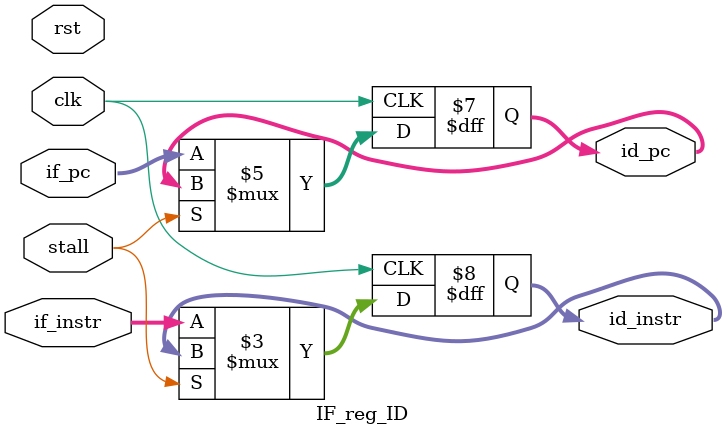
<source format=v>
module IF_reg_ID(
	input clk,
	input rst,
	input stall,
	input [31:0] if_pc,
	input [31:0] if_instr,
	output reg [31:0] id_pc,
    output reg [31:0] id_instr
);


	always@(posedge clk)begin
		// rst??
		if(!stall)begin
			id_pc <= if_pc;
			id_instr <= if_instr;	
		end
	end

endmodule




</source>
